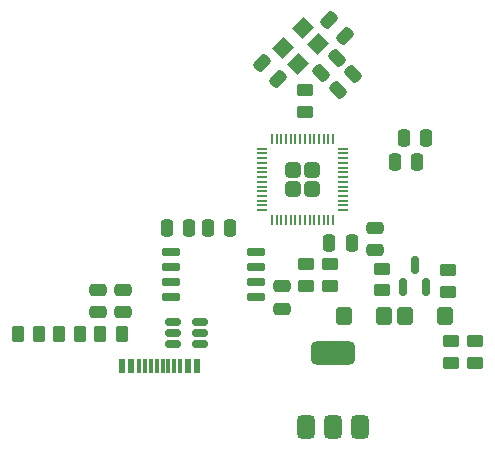
<source format=gbr>
%TF.GenerationSoftware,KiCad,Pcbnew,8.0.3+1*%
%TF.CreationDate,2024-07-16T01:11:10+00:00*%
%TF.ProjectId,RP2040v01,52503230-3430-4763-9031-2e6b69636164,rev?*%
%TF.SameCoordinates,Original*%
%TF.FileFunction,Paste,Bot*%
%TF.FilePolarity,Positive*%
%FSLAX46Y46*%
G04 Gerber Fmt 4.6, Leading zero omitted, Abs format (unit mm)*
G04 Created by KiCad (PCBNEW 8.0.3+1) date 2024-07-16 01:11:10*
%MOMM*%
%LPD*%
G01*
G04 APERTURE LIST*
G04 Aperture macros list*
%AMRoundRect*
0 Rectangle with rounded corners*
0 $1 Rounding radius*
0 $2 $3 $4 $5 $6 $7 $8 $9 X,Y pos of 4 corners*
0 Add a 4 corners polygon primitive as box body*
4,1,4,$2,$3,$4,$5,$6,$7,$8,$9,$2,$3,0*
0 Add four circle primitives for the rounded corners*
1,1,$1+$1,$2,$3*
1,1,$1+$1,$4,$5*
1,1,$1+$1,$6,$7*
1,1,$1+$1,$8,$9*
0 Add four rect primitives between the rounded corners*
20,1,$1+$1,$2,$3,$4,$5,0*
20,1,$1+$1,$4,$5,$6,$7,0*
20,1,$1+$1,$6,$7,$8,$9,0*
20,1,$1+$1,$8,$9,$2,$3,0*%
%AMRotRect*
0 Rectangle, with rotation*
0 The origin of the aperture is its center*
0 $1 length*
0 $2 width*
0 $3 Rotation angle, in degrees counterclockwise*
0 Add horizontal line*
21,1,$1,$2,0,0,$3*%
G04 Aperture macros list end*
%ADD10RoundRect,0.250000X-0.159099X0.512652X-0.512652X0.159099X0.159099X-0.512652X0.512652X-0.159099X0*%
%ADD11RoundRect,0.250000X-0.475000X0.250000X-0.475000X-0.250000X0.475000X-0.250000X0.475000X0.250000X0*%
%ADD12RoundRect,0.250000X-0.250000X-0.475000X0.250000X-0.475000X0.250000X0.475000X-0.250000X0.475000X0*%
%ADD13RoundRect,0.375000X0.375000X-0.625000X0.375000X0.625000X-0.375000X0.625000X-0.375000X-0.625000X0*%
%ADD14RoundRect,0.500000X1.400000X-0.500000X1.400000X0.500000X-1.400000X0.500000X-1.400000X-0.500000X0*%
%ADD15RoundRect,0.150000X-0.650000X-0.150000X0.650000X-0.150000X0.650000X0.150000X-0.650000X0.150000X0*%
%ADD16R,0.600000X1.150000*%
%ADD17R,0.300000X1.150000*%
%ADD18RoundRect,0.250000X0.250000X0.475000X-0.250000X0.475000X-0.250000X-0.475000X0.250000X-0.475000X0*%
%ADD19RoundRect,0.150000X0.150000X-0.587500X0.150000X0.587500X-0.150000X0.587500X-0.150000X-0.587500X0*%
%ADD20RoundRect,0.249999X-0.395001X-0.395001X0.395001X-0.395001X0.395001X0.395001X-0.395001X0.395001X0*%
%ADD21RoundRect,0.050000X-0.387500X-0.050000X0.387500X-0.050000X0.387500X0.050000X-0.387500X0.050000X0*%
%ADD22RoundRect,0.050000X-0.050000X-0.387500X0.050000X-0.387500X0.050000X0.387500X-0.050000X0.387500X0*%
%ADD23RotRect,1.400000X1.200000X225.000000*%
%ADD24RoundRect,0.250000X0.262500X0.450000X-0.262500X0.450000X-0.262500X-0.450000X0.262500X-0.450000X0*%
%ADD25RoundRect,0.250000X0.450000X-0.262500X0.450000X0.262500X-0.450000X0.262500X-0.450000X-0.262500X0*%
%ADD26RoundRect,0.173334X0.476666X0.576666X-0.476666X0.576666X-0.476666X-0.576666X0.476666X-0.576666X0*%
%ADD27RoundRect,0.173334X-0.476666X-0.576666X0.476666X-0.576666X0.476666X0.576666X-0.476666X0.576666X0*%
%ADD28RoundRect,0.150000X0.512500X0.150000X-0.512500X0.150000X-0.512500X-0.150000X0.512500X-0.150000X0*%
%ADD29RoundRect,0.250000X-0.262500X-0.450000X0.262500X-0.450000X0.262500X0.450000X-0.262500X0.450000X0*%
%ADD30RoundRect,0.250000X0.512652X0.159099X0.159099X0.512652X-0.512652X-0.159099X-0.159099X-0.512652X0*%
%ADD31RoundRect,0.250000X-0.450000X0.262500X-0.450000X-0.262500X0.450000X-0.262500X0.450000X0.262500X0*%
%ADD32RoundRect,0.250000X0.159099X-0.512652X0.512652X-0.159099X-0.159099X0.512652X-0.512652X0.159099X0*%
%ADD33RoundRect,0.250000X-0.512652X-0.159099X-0.159099X-0.512652X0.512652X0.159099X0.159099X0.512652X0*%
%ADD34RoundRect,0.250000X0.475000X-0.250000X0.475000X0.250000X-0.475000X0.250000X-0.475000X-0.250000X0*%
G04 APERTURE END LIST*
D10*
%TO.C,C8*%
X34596751Y38521751D03*
X33253249Y37178249D03*
%TD*%
D11*
%TO.C,C6*%
X30000000Y19150000D03*
X30000000Y17250000D03*
%TD*%
D12*
%TO.C,C3*%
X23700000Y24100000D03*
X25600000Y24100000D03*
%TD*%
D13*
%TO.C,U1*%
X36600000Y7200000D03*
X34300000Y7200000D03*
D14*
X34300000Y13500000D03*
D13*
X32000000Y7200000D03*
%TD*%
D15*
%TO.C,U3*%
X20600000Y18232500D03*
X20600000Y19502500D03*
X20600000Y20772500D03*
X20600000Y22042500D03*
X27800000Y22042500D03*
X27800000Y20772500D03*
X27800000Y19502500D03*
X27800000Y18232500D03*
%TD*%
D16*
%TO.C,J2*%
X22800000Y12390000D03*
X22000000Y12390000D03*
D17*
X20850000Y12390000D03*
X19850000Y12390000D03*
X19350000Y12390000D03*
X18350000Y12390000D03*
D16*
X16400000Y12390000D03*
X17200000Y12390000D03*
D17*
X17850000Y12390000D03*
X18850000Y12390000D03*
X20350000Y12390000D03*
X21350000Y12390000D03*
%TD*%
D18*
%TO.C,C5*%
X22100000Y24100000D03*
X20200000Y24100000D03*
%TD*%
D19*
%TO.C,Q1*%
X42150000Y19087500D03*
X40250000Y19087500D03*
X41200000Y20962500D03*
%TD*%
D20*
%TO.C,U4*%
X30900000Y29000000D03*
X30900000Y27400000D03*
X32500000Y29000000D03*
X32500000Y27400000D03*
D21*
X28262500Y25600000D03*
X28262500Y26000000D03*
X28262500Y26400000D03*
X28262500Y26800000D03*
X28262500Y27200000D03*
X28262500Y27600000D03*
X28262500Y28000000D03*
X28262500Y28400000D03*
X28262500Y28800000D03*
X28262500Y29200000D03*
X28262500Y29600000D03*
X28262500Y30000000D03*
X28262500Y30400000D03*
X28262500Y30800000D03*
D22*
X29100000Y31637500D03*
X29500000Y31637500D03*
X29900000Y31637500D03*
X30300000Y31637500D03*
X30700000Y31637500D03*
X31100000Y31637500D03*
X31500000Y31637500D03*
X31900000Y31637500D03*
X32300000Y31637500D03*
X32700000Y31637500D03*
X33100000Y31637500D03*
X33500000Y31637500D03*
X33900000Y31637500D03*
X34300000Y31637500D03*
D21*
X35137500Y30800000D03*
X35137500Y30400000D03*
X35137500Y30000000D03*
X35137500Y29600000D03*
X35137500Y29200000D03*
X35137500Y28800000D03*
X35137500Y28400000D03*
X35137500Y28000000D03*
X35137500Y27600000D03*
X35137500Y27200000D03*
X35137500Y26800000D03*
X35137500Y26400000D03*
X35137500Y26000000D03*
X35137500Y25600000D03*
D22*
X34300000Y24762500D03*
X33900000Y24762500D03*
X33500000Y24762500D03*
X33100000Y24762500D03*
X32700000Y24762500D03*
X32300000Y24762500D03*
X31900000Y24762500D03*
X31500000Y24762500D03*
X31100000Y24762500D03*
X30700000Y24762500D03*
X30300000Y24762500D03*
X29900000Y24762500D03*
X29500000Y24762500D03*
X29100000Y24762500D03*
%TD*%
D23*
%TO.C,Y1*%
X33049557Y39639557D03*
X31352500Y37942500D03*
X30008997Y39286003D03*
X31706054Y40983060D03*
%TD*%
D12*
%TO.C,C4*%
X33950000Y22800000D03*
X35850000Y22800000D03*
%TD*%
%TO.C,C11*%
X39500000Y29700000D03*
X41400000Y29700000D03*
%TD*%
D24*
%TO.C,R1*%
X16387500Y15100000D03*
X14562500Y15100000D03*
%TD*%
D25*
%TO.C,R5*%
X46300000Y12700000D03*
X46300000Y14525000D03*
%TD*%
%TO.C,R6*%
X32000000Y19187500D03*
X32000000Y21012500D03*
%TD*%
%TO.C,R11*%
X38400000Y18800000D03*
X38400000Y20625000D03*
%TD*%
D26*
%TO.C,D2*%
X38600000Y16600000D03*
D27*
X35200000Y16600000D03*
%TD*%
D28*
%TO.C,U2*%
X23037500Y16150000D03*
X23037500Y15200000D03*
X23037500Y14250000D03*
X20762500Y14250000D03*
X20762500Y15200000D03*
X20762500Y16150000D03*
%TD*%
D24*
%TO.C,R2*%
X12900000Y15075000D03*
X11075000Y15075000D03*
%TD*%
D29*
%TO.C,R3*%
X7600000Y15100000D03*
X9425000Y15100000D03*
%TD*%
D30*
%TO.C,C12*%
X35321751Y40378249D03*
X33978249Y41721751D03*
%TD*%
D31*
%TO.C,R10*%
X44000000Y20512500D03*
X44000000Y18687500D03*
%TD*%
%TO.C,R9*%
X44300000Y14500000D03*
X44300000Y12675000D03*
%TD*%
D25*
%TO.C,R7*%
X34000000Y19187500D03*
X34000000Y21012500D03*
%TD*%
D12*
%TO.C,C13*%
X40275000Y31725000D03*
X42175000Y31725000D03*
%TD*%
D32*
%TO.C,C9*%
X34675000Y35750000D03*
X36018502Y37093502D03*
%TD*%
D27*
%TO.C,D1*%
X40400000Y16600000D03*
D26*
X43800000Y16600000D03*
%TD*%
D25*
%TO.C,R8*%
X31875000Y33950000D03*
X31875000Y35775000D03*
%TD*%
D11*
%TO.C,C10*%
X37800000Y24100000D03*
X37800000Y22200000D03*
%TD*%
D33*
%TO.C,C7*%
X28308998Y38086002D03*
X29652500Y36742500D03*
%TD*%
D34*
%TO.C,C2*%
X16525000Y16950000D03*
X16525000Y18850000D03*
%TD*%
%TO.C,C1*%
X14425000Y16950000D03*
X14425000Y18850000D03*
%TD*%
M02*

</source>
